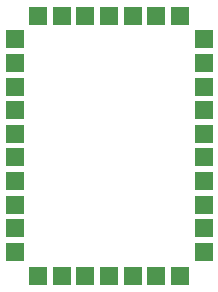
<source format=gbs>
%FSLAX46Y46*%
G04 Gerber Fmt 4.6, Leading zero omitted, Abs format (unit mm)*
G04 Created by KiCad (PCBNEW (2014-jul-16 BZR unknown)-product) date Wed 11 Feb 2015 12:50:59 PM CET*
%MOMM*%
G01*
G04 APERTURE LIST*
%ADD10C,0.150000*%
%ADD11R,1.600000X1.500000*%
%ADD12R,1.500000X1.600000*%
%ADD13R,1.500000X1.500000*%
G04 APERTURE END LIST*
D10*
D11*
X156184600Y-103777400D03*
X156184600Y-105777400D03*
X156184600Y-107777400D03*
X156184600Y-109777400D03*
X156184600Y-111777400D03*
X156184600Y-113777400D03*
X156184600Y-115777400D03*
X156184600Y-117777400D03*
X156184600Y-119777400D03*
X156184600Y-121777400D03*
X172180000Y-103781400D03*
X172180000Y-105781400D03*
X172180000Y-107781400D03*
X172180000Y-109781400D03*
X172180000Y-111781400D03*
X172180000Y-113781400D03*
X172180000Y-115781400D03*
X172180000Y-117781400D03*
X172180000Y-119781400D03*
X172180000Y-121781400D03*
D12*
X158181400Y-123780000D03*
X160181400Y-123780000D03*
X162181400Y-123780000D03*
X164181400Y-123780000D03*
X166181400Y-123780000D03*
X168181400Y-123780000D03*
X170181400Y-123780000D03*
D13*
X158181400Y-101780000D03*
X160181400Y-101780000D03*
X162181400Y-101780000D03*
X164181400Y-101780000D03*
X166181400Y-101780000D03*
X168181400Y-101780000D03*
X170181400Y-101780000D03*
M02*

</source>
